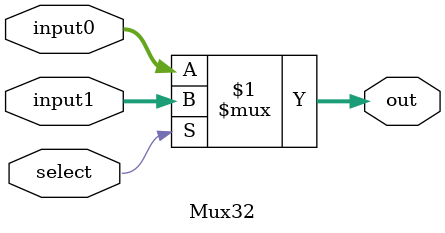
<source format=v>
`timescale 1ns / 1ps

// 32 位多路选择器 适配更多的指令

module Mux32(
    input select,
    input [31:0] input0,
    input [31:0] input1,
    output [31:0] out
    );

    assign out = select ? input1 : input0;
endmodule

</source>
